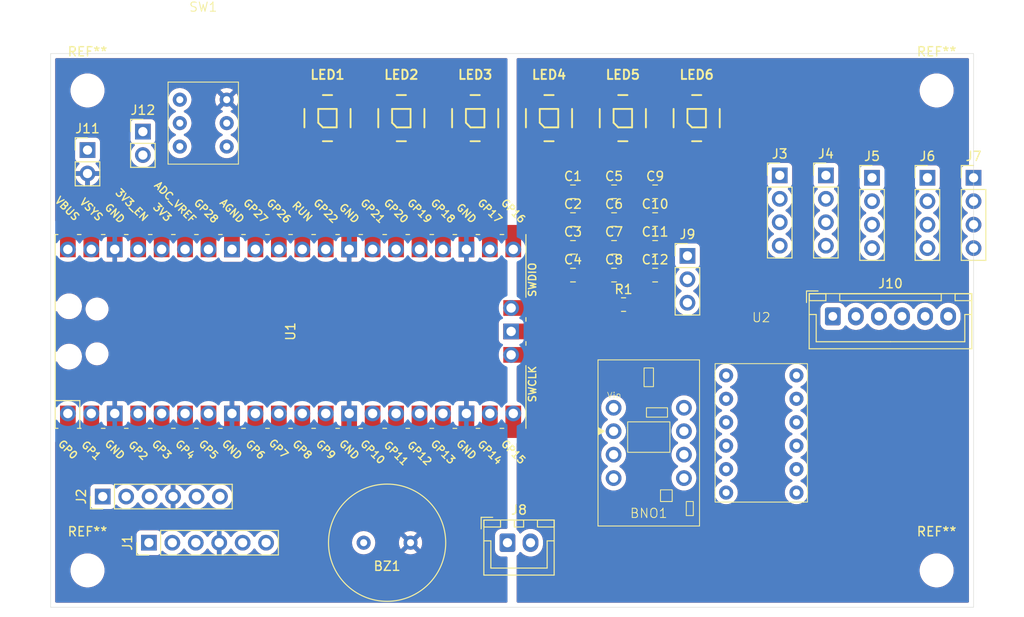
<source format=kicad_pcb>
(kicad_pcb (version 20240108) (generator "pcbnew") (generator_version "8.0")
  (layers (0 "F.Cu" signal) (31 "B.Cu" signal) (34 "B.Paste" user) (35 "F.Paste" user) (36 "B.SilkS" user "B.Silkscreen") (37 "F.SilkS" user "F.Silkscreen") (38 "B.Mask" user) (39 "F.Mask" user) (44 "Edge.Cuts" user))
  (net 0 "")
  (net 1 "GND")
  (net 3 "3.3V")
  (net 4 "SCL")
  (net 5 "SDA")
  (net 8 "Buzzer")
  (net 9 "5V")
  (net 10 "PWM1_B")
  (net 11 "PWM2_B")
  (net 12 "PWM1_A")
  (net 14 "PWM2_A")
  (net 15 "PWM3_A")
  (net 16 "PWM3_B")
  (net 17 "PWM4_A")
  (net 19 "PWM4_B")
  (net 20 "A1")
  (net 21 "B1")
  (net 22 "B2")
  (net 23 "A2")
  (net 24 "A3")
  (net 25 "B3")
  (net 26 "B4")
  (net 27 "A4")
  (net 28 "6V")
  (net 29 "Servo")
  (net 30 "B5")
  (net 31 "M1")
  (net 32 "A5")
  (net 33 "M2")
  (net 34 "Spare")
  (net 35 "GND_RSP")
  (net 36 "GPIO_RSP")
  (net 38 "Net-(LED1-DIN)")
  (net 39 "Net-(LED2-DIN)")
  (net 40 "Net-(LED3-DIN)")
  (net 41 "Net-(LED4-DIN)")
  (net 42 "Net-(LED5-DIN)")
  (net 43 "Net-(LED6-DIN)")
  (net 44 "LED")
  (net 46 "RUN")
  (net 48 "PWM5_A")
  (net 52 "PWM5_B")
  (footprint "WS2812B:WS2812B" (layer "F.Cu") (at 130 77)
    (property "Reference" "LED1" (at 0 -4.7 0) (layer "F.SilkS") (effects (font (thickness 0.2))))
    (property "Value" "WS2812B" (hide yes))
    (pad "1" smd rect (at 1.65 -2.4) (size 1.4 1.8) (layers "F.Cu" "F.Paste" "F.Mask") (net 9 "5V"))
    (pad "2" smd rect (at -1.65 -2.4) (size 1.4 1.8) (layers "F.Cu" "F.Paste" "F.Mask"))
    (pad "3" smd rect (at -1.65 2.4) (size 1.4 1.8) (layers "F.Cu" "F.Paste" "F.Mask") (net 1 "GND"))
    (pad "4" smd rect (at 1.65 2.4) (size 1.4 1.8) (layers "F.Cu" "F.Paste" "F.Mask") (net 38 "Net-(LED1-DIN)"))
  )
  (footprint "WS2812B:WS2812B" (layer "F.Cu") (at 146 77)
    (property "Reference" "LED3" (at 0 -4.7 0) (layer "F.SilkS") (effects (font (thickness 0.2))))
    (property "Value" "WS2812B" (hide yes))
    (pad "1" smd rect (at 1.65 -2.4) (size 1.4 1.8) (layers "F.Cu" "F.Paste" "F.Mask") (net 9 "5V"))
    (pad "2" smd rect (at -1.65 -2.4) (size 1.4 1.8) (layers "F.Cu" "F.Paste" "F.Mask") (net 39 "Net-(LED2-DIN)"))
    (pad "3" smd rect (at -1.65 2.4) (size 1.4 1.8) (layers "F.Cu" "F.Paste" "F.Mask") (net 1 "GND"))
    (pad "4" smd rect (at 1.65 2.4) (size 1.4 1.8) (layers "F.Cu" "F.Paste" "F.Mask") (net 40 "Net-(LED3-DIN)"))
  )
  (footprint "ToggleSwitch:ToggleSwitch_DPDT" (layer "F.Cu") (at 116.54 72.46)
    (property "Reference" "SW1" (at 0 -7.5 0) (layer "F.SilkS") (effects (font (thickness 0.1))))
    (property "Value" "SW_DPDT_x2")
    (pad "1" thru_hole circle (at -2.54 2.54) (size 1.524 1.524) (drill 0.762) (layers "*.Cu" "*.Mask") (net 35 "GND_RSP"))
    (pad "2" thru_hole circle (at -2.54 5.08) (size 1.524 1.524) (drill 0.762) (layers "*.Cu" "*.Mask") (net 36 "GPIO_RSP"))
    (pad "3" thru_hole circle (at -2.54 7.62) (size 1.524 1.524) (drill 0.762) (layers "*.Cu" "*.Mask"))
    (pad "4" thru_hole circle (at 2.54 2.54) (size 1.524 1.524) (drill 0.762) (layers "*.Cu" "*.Mask") (net 1 "GND"))
    (pad "5" thru_hole circle (at 2.54 5.08) (size 1.524 1.524) (drill 0.762) (layers "*.Cu" "*.Mask") (net 46 "RUN"))
    (pad "6" thru_hole circle (at 2.54 7.62) (size 1.524 1.524) (drill 0.762) (layers "*.Cu" "*.Mask"))
  )
  (footprint "Buzzer:Buzzer" (layer "F.Cu") (at 136.46 123)
    (property "Reference" "BZ1" (at 0 2.54 0) (layer "F.SilkS"))
    (property "Value" "Buzzer")
    (pad "1" thru_hole circle (at -2.54 0) (size 1.524 1.524) (drill 0.762) (layers "*.Cu" "*.Mask") (net 8 "Buzzer"))
    (pad "2" thru_hole circle (at 2.54 0) (size 1.524 1.524) (drill 0.762) (layers "*.Cu" "*.Mask") (net 1 "GND"))
  )
  (footprint "Connector_JST:JST_XH_B6B-XH-A_1x06_P2.50mm_Vertical" (layer "F.Cu") (at 184.75 98.475)
    (property "Reference" "J10" (at 6.25 -3.55 0) (layer "F.SilkS"))
    (property "Value" "MicroGearedMotor")
    (pad "1" thru_hole roundrect (at 0 0) (size 1.7 1.95) (drill 0.95) (layers "*.Cu" "*.Mask") (roundrect_rratio 0.147059) (net 31 "M1"))
    (pad "2" thru_hole oval (at 2.5 0) (size 1.7 1.95) (drill 0.95) (layers "*.Cu" "*.Mask") (net 1 "GND"))
    (pad "3" thru_hole oval (at 5 0) (size 1.7 1.95) (drill 0.95) (layers "*.Cu" "*.Mask") (net 32 "A5"))
    (pad "4" thru_hole oval (at 7.5 0) (size 1.7 1.95) (drill 0.95) (layers "*.Cu" "*.Mask") (net 30 "B5"))
    (pad "5" thru_hole oval (at 10 0) (size 1.7 1.95) (drill 0.95) (layers "*.Cu" "*.Mask") (net 3 "3.3V"))
    (pad "6" thru_hole oval (at 12.5 0) (size 1.7 1.95) (drill 0.95) (layers "*.Cu" "*.Mask") (net 33 "M2"))
  )
  (footprint "Connector_PinHeader_2.54mm:PinHeader_1x04_P2.54mm_Vertical" (layer "F.Cu") (at 184 83.2)
    (property "Reference" "J4" (at 0 -2.33 0) (layer "F.SilkS"))
    (property "Value" "Encoder1")
    (pad "1" thru_hole rect (at 0 0) (size 1.7 1.7) (drill 1) (layers "*.Cu" "*.Mask") (net 3 "3.3V"))
    (pad "2" thru_hole oval (at 0 2.54) (size 1.7 1.7) (drill 1) (layers "*.Cu" "*.Mask") (net 20 "A1"))
    (pad "3" thru_hole oval (at 0 5.08) (size 1.7 1.7) (drill 1) (layers "*.Cu" "*.Mask") (net 21 "B1"))
    (pad "4" thru_hole oval (at 0 7.62) (size 1.7 1.7) (drill 1) (layers "*.Cu" "*.Mask") (net 1 "GND"))
  )
  (footprint "WS2812B:WS2812B" (layer "F.Cu") (at 162 77)
    (property "Reference" "LED5" (at 0 -4.7 0) (layer "F.SilkS") (effects (font (thickness 0.2))))
    (property "Value" "WS2812B" (hide yes))
    (pad "1" smd rect (at 1.65 -2.4) (size 1.4 1.8) (layers "F.Cu" "F.Paste" "F.Mask") (net 9 "5V"))
    (pad "2" smd rect (at -1.65 -2.4) (size 1.4 1.8) (layers "F.Cu" "F.Paste" "F.Mask") (net 41 "Net-(LED4-DIN)"))
    (pad "3" smd rect (at -1.65 2.4) (size 1.4 1.8) (layers "F.Cu" "F.Paste" "F.Mask") (net 1 "GND"))
    (pad "4" smd rect (at 1.65 2.4) (size 1.4 1.8) (layers "F.Cu" "F.Paste" "F.Mask") (net 42 "Net-(LED5-DIN)"))
  )
  (footprint "MountingHole:MountingHole_3.2mm_M3" (layer "F.Cu") (at 196 126)
    (property "Reference" "REF**" (at 0 -4.2 0) (layer "F.SilkS"))
    (property "Value" "MountingHole_3.2mm_M3")
    (pad "" np_thru_hole circle (at 0 0) (size 3.2 3.2) (drill 3.2) (layers "*.Cu" "*.Mask"))
  )
  (footprint "MountingHole:MountingHole_3.2mm_M3" (layer "F.Cu") (at 196 74)
    (property "Reference" "REF**" (at 0 -4.2 0) (layer "F.SilkS"))
    (property "Value" "MountingHole_3.2mm_M3")
    (pad "" np_thru_hole circle (at 0 0) (size 3.2 3.2) (drill 3.2) (layers "F&B.Cu" "*.Mask"))
  )
  (footprint "Connector_JST:JST_XH_B2B-XH-A_1x02_P2.50mm_Vertical" (layer "F.Cu") (at 149.5 123)
    (property "Reference" "J8" (at 1.25 -3.55 0) (layer "F.SilkS"))
    (property "Value" "MotorBattery")
    (pad "1" thru_hole roundrect (at 0 0) (size 1.7 2) (drill 1) (layers "*.Cu" "*.Mask") (roundrect_rratio 0.147059) (net 28 "6V"))
    (pad "2" thru_hole oval (at 2.5 0) (size 1.7 2) (drill 1) (layers "*.Cu" "*.Mask") (net 1 "GND"))
  )
  (footprint "Capacitor_SMD:C_0805_2012Metric" (layer "F.Cu") (at 161.05 91)
    (property "Reference" "C7" (at 0 -1.68 0) (layer "F.SilkS"))
    (property "Value" "0.1")
    (pad "1" smd roundrect (at -0.95 0) (size 1 1.45) (layers "F.Cu" "F.Paste" "F.Mask") (net 1 "GND"))
    (pad "2" smd roundrect (at 0.95 0) (size 1 1.45) (layers "F.Cu" "F.Paste" "F.Mask") (net 9 "5V"))
  )
  (footprint "Capacitor_SMD:C_0805_2012Metric" (layer "F.Cu") (at 165.5 91)
    (property "Reference" "C11" (at 0 -1.68 0) (layer "F.SilkS"))
    (property "Value" "0.1")
    (pad "1" smd roundrect (at -0.95 0) (size 1 1.45) (layers "F.Cu" "F.Paste" "F.Mask") (net 1 "GND"))
    (pad "2" smd roundrect (at 0.95 0) (size 1 1.45) (layers "F.Cu" "F.Paste" "F.Mask") (net 9 "5V"))
  )
  (footprint "Connector_PinHeader_2.54mm:PinHeader_1x02_P2.54mm_Vertical" (layer "F.Cu") (at 104 80.46)
    (property "Reference" "J11" (at 0 -2.33 0) (layer "F.SilkS"))
    (property "Value" "Spare")
    (pad "1" thru_hole rect (at 0 0) (size 1.7 1.7) (drill 1) (layers "*.Cu" "*.Mask") (net 34 "Spare"))
    (pad "2" thru_hole oval (at 0 2.54) (size 1.7 1.7) (drill 1) (layers "*.Cu" "*.Mask") (net 1 "GND"))
  )
  (footprint "BNO055:BNO055" (layer "F.Cu") (at 164.81 112.19)
    (property "Reference" "BNO1" (at 0 7.62 0) (layer "F.SilkS") (effects (font (thickness 0.1))))
    (property "Value" "BNO055")
    (fp_text user "Vin" (at -4.572 -4.826 0) (layer "F.SilkS") (effects (font (size 0.6 0.7) (thickness 0.07)) (justify left bottom)))
    (pad "1" thru_hole circle (at -3.81 -3.81) (size 1.7 1.7) (drill 1) (layers "*.Cu" "*.Mask") (net 3 "3.3V"))
    (pad "2" thru_hole circle (at -3.81 -1.27) (size 1.7 1.7) (drill 1) (layers "*.Cu" "*.Mask") (net 1 "GND"))
    (pad "3" thru_hole circle (at -3.81 1.27) (size 1.7 1.7) (drill 1) (layers "*.Cu" "*.Mask") (net 5 "SDA"))
    (pad "4" thru_hole circle (at -3.81 3.81) (size 1.7 1.7) (drill 1) (layers "*.Cu" "*.Mask") (net 4 "SCL"))
    (pad "5" thru_hole circle (at 3.81 3.81) (size 1.7 1.7) (drill 1) (layers "*.Cu" "*.Mask"))
    (pad "6" thru_hole circle (at 3.81 1.27) (size 1.7 1.7) (drill 1) (layers "*.Cu" "*.Mask") (net 1 "GND"))
    (pad "7" thru_hole circle (at 3.81 -1.27) (size 1.7 1.7) (drill 1) (layers "*.Cu" "*.Mask"))
    (pad "8" thru_hole circle (at 3.81 -3.81) (size 1.7 1.7) (drill 1) (layers "*.Cu" "*.Mask"))
  )
  (footprint "WS2812B:WS2812B" (layer "F.Cu") (at 138 77)
    (property "Reference" "LED2" (at 0 -4.7 0) (layer "F.SilkS") (effects (font (thickness 0.2))))
    (property "Value" "WS2812B" (hide yes))
    (pad "1" smd rect (at 1.65 -2.4) (size 1.4 1.8) (layers "F.Cu" "F.Paste" "F.Mask") (net 9 "5V"))
    (pad "2" smd rect (at -1.65 -2.4) (size 1.4 1.8) (layers "F.Cu" "F.Paste" "F.Mask") (net 38 "Net-(LED1-DIN)"))
    (pad "3" smd rect (at -1.65 2.4) (size 1.4 1.8) (layers "F.Cu" "F.Paste" "F.Mask") (net 1 "GND"))
    (pad "4" smd rect (at 1.65 2.4) (size 1.4 1.8) (layers "F.Cu" "F.Paste" "F.Mask") (net 39 "Net-(LED2-DIN)"))
  )
  (footprint "WS2812B:WS2812B" (layer "F.Cu") (at 154 77)
    (property "Reference" "LED4" (at 0 -4.7 0) (layer "F.SilkS") (effects (font (thickness 0.2))))
    (property "Value" "WS2812B" (hide yes))
    (pad "1" smd rect (at 1.65 -2.4) (size 1.4 1.8) (layers "F.Cu" "F.Paste" "F.Mask") (net 9 "5V"))
    (pad "2" smd rect (at -1.65 -2.4) (size 1.4 1.8) (layers "F.Cu" "F.Paste" "F.Mask") (net 40 "Net-(LED3-DIN)"))
    (pad "3" smd rect (at -1.65 2.4) (size 1.4 1.8) (layers "F.Cu" "F.Paste" "F.Mask") (net 1 "GND"))
    (pad "4" smd rect (at 1.65 2.4) (size 1.4 1.8) (layers "F.Cu" "F.Paste" "F.Mask") (net 41 "Net-(LED4-DIN)"))
  )
  (footprint "Connector_PinHeader_2.54mm:PinHeader_1x04_P2.54mm_Vertical" (layer "F.Cu") (at 200 83.46)
    (property "Reference" "J7" (at 0 -2.33 0) (layer "F.SilkS"))
    (property "Value" "Encoder1")
    (pad "1" thru_hole rect (at 0 0) (size 1.7 1.7) (drill 1) (layers "*.Cu" "*.Mask") (net 3 "3.3V"))
    (pad "2" thru_hole oval (at 0 2.54) (size 1.7 1.7) (drill 1) (layers "*.Cu" "*.Mask") (net 27 "A4"))
    (pad "3" thru_hole oval (at 0 5.08) (size 1.7 1.7) (drill 1) (layers "*.Cu" "*.Mask") (net 26 "B4"))
    (pad "4" thru_hole oval (at 0 7.62) (size 1.7 1.7) (drill 1) (layers "*.Cu" "*.Mask") (net 1 "GND"))
  )
  (footprint "Capacitor_SMD:C_0805_2012Metric" (layer "F.Cu") (at 161.05 84.98)
    (property "Reference" "C5" (at 0 -1.68 0) (layer "F.SilkS"))
    (property "Value" "0.1")
    (pad "1" smd roundrect (at -0.95 0) (size 1 1.45) (layers "F.Cu" "F.Paste" "F.Mask") (net 1 "GND"))
    (pad "2" smd roundrect (at 0.95 0) (size 1 1.45) (layers "F.Cu" "F.Paste" "F.Mask") (net 9 "5V"))
  )
  (footprint "Connector_PinHeader_2.54mm:PinHeader_1x06_P2.54mm_Vertical" (layer "F.Cu") (at 110.65 123 90)
    (property "Reference" "J1" (at 0 -2.33 270) (layer "F.SilkS"))
    (property "Value" "DCMotor1")
    (pad "1" thru_hole rect (at 0 0 90) (size 1.7 1.7) (drill 1) (layers "*.Cu" "*.Mask") (net 12 "PWM1_A"))
    (pad "2" thru_hole oval (at 0 2.54 90) (size 1.7 1.7) (drill 1) (layers "*.Cu" "*.Mask") (net 10 "PWM1_B"))
    (pad "3" thru_hole oval (at 0 5.08 90) (size 1.7 1.7) (drill 1) (layers "*.Cu" "*.Mask"))
    (pad "4" thru_hole oval (at 0 7.62 90) (size 1.7 1.7) (drill 1) (layers "*.Cu" "*.Mask") (net 1 "GND"))
    (pad "5" thru_hole oval (at 0 10.16 90) (size 1.7 1.7) (drill 1) (layers "*.Cu" "*.Mask") (net 14 "PWM2_A"))
    (pad "6" thru_hole oval (at 0 12.7 90) (size 1.7 1.7) (drill 1) (layers "*.Cu" "*.Mask") (net 11 "PWM2_B"))
  )
  (footprint "MountingHole:MountingHole_3.2mm_M3" (layer "F.Cu") (at 104 126)
    (property "Reference" "REF**" (at 0 -4.2 0) (layer "F.SilkS"))
    (property "Value" "MountingHole_3.2mm_M3")
    (pad "" np_thru_hole circle (at 0 0) (size 3.2 3.2) (drill 3.2) (layers "F&B.Cu" "*.Mask"))
  )
  (footprint "DRV8835:DRV8835" (layer "F.Cu") (at 177 103.6)
    (property "Reference" "U2" (at 0 -5 0) (layer "F.SilkS") (effects (font (thickness 0.1))))
    (property "Value" "~")
    (pad "1" thru_hole circle (at -3.81 1.27) (size 1.524 1.524) (drill 0.762) (layers "*.Cu" "*.Mask") (net 28 "6V"))
    (pad "2" thru_hole circle (at -3.81 3.81) (size 1.524 1.524) (drill 0.762) (layers "*.Cu" "*.Mask") (net 31 "M1"))
    (pad "3" thru_hole circle (at -3.81 6.35) (size 1.524 1.524) (drill 0.762) (layers "*.Cu" "*.Mask") (net 33 "M2"))
    (pad "4" thru_hole circle (at -3.81 8.89) (size 1.524 1.524) (drill 0.762) (layers "*.Cu" "*.Mask"))
    (pad "5" thru_hole circle (at -3.81 11.43) (size 1.524 1.524) (drill 0.762) (layers "*.Cu" "*.Mask"))
    (pad "6" thru_hole circle (at -3.81 13.97) (size 1.524 1.524) (drill 0.762) (layers "*.Cu" "*.Mask") (net 1 "GND"))
    (pad "7" thru_hole circle (at 3.81 1.27) (size 1.524 1.524) (drill 0.762) (layers "*.Cu" "*.Mask") (net 3 "3.3V"))
    (pad "8" thru_hole circle (at 3.81 3.81) (size 1.524 1.524) (drill 0.762) (layers "*.Cu" "*.Mask") (net 1 "GND"))
    (pad "9" thru_hole circle (at 3.81 6.35) (size 1.524 1.524) (drill 0.762) (layers "*.Cu" "*.Mask") (net 32 "A5"))
    (pad "10" thru_hole circle (at 3.81 8.89) (size 1.524 1.524) (drill 0.762) (layers "*.Cu" "*.Mask") (net 30 "B5"))
    (pad "11" thru_hole circle (at 3.81 11.43) (size 1.524 1.524) (drill 0.762) (layers "*.Cu" "*.Mask"))
    (pad "12" thru_hole circle (at 3.81 13.97) (size 1.524 1.524) (drill 0.762) (layers "*.Cu" "*.Mask"))
  )
  (footprint "MCU_RaspberryPi_and_Boards:RPi_Pico_SMD_TH" (layer "F.Cu") (at 126 100.11 90)
    (property "Reference" "U1" (at 0 0 270) (layer "F.SilkS"))
    (property "Value" "Pico")
    (fp_text user "GND" (at -12.8 -19.05 315) (layer "F.SilkS") (effects (font (size 0.8 0.8))))
    (fp_text user "GND" (at -12.8 -6.35 315) (layer "F.SilkS") (effects (font (size 0.8 0.8))))
    (fp_text user "GP16" (at 13.054 24.13 315) (layer "F.SilkS") (effects (font (size 0.8 0.8))))
    (fp_text user "RUN" (at 13 1.27 315) (layer "F.SilkS") (effects (font (size 0.8 0.8))))
    (fp_text user "ADC_VREF" (at 14 -12.5 315) (layer "F.SilkS") (effects (font (size 0.8 0.8))))
    (fp_text user "GP7" (at -12.7 -1.3 315) (layer "F.SilkS") (effects (font (size 0.8 0.8))))
    (fp_text user "GP1" (at -12.9 -21.6 315) (layer "F.SilkS") (effects (font (size 0.8 0.8))))
    (fp_text user "GP3" (at -12.8 -13.97 315) (layer "F.SilkS") (effects (font (size 0.8 0.8))))
    (fp_text user "GP12" (at -13.2 13.97 315) (layer "F.SilkS") (effects (font (size 0.8 0.8))))
    (fp_text user "GP22" (at 13.054 3.81 315) (layer "F.SilkS") (effects (font (size 0.8 0.8))))
    (fp_text user "GP2" (at -12.9 -16.51 315) (layer "F.SilkS") (effects (font (size 0.8 0.8))))
    (fp_text user "GP0" (at -12.8 -24.13 315) (layer "F.SilkS") (effects (font (size 0.8 0.8))))
    (fp_text user "GP8" (at -12.8 1.27 315) (layer "F.SilkS") (effects (font (size 0.8 0.8))))
    (fp_text user "GP28" (at 13.054 -9.144 315) (layer "F.SilkS") (effects (font (size 0.8 0.8))))
    (fp_text user "GP21" (at 13.054 8.9 315) (layer "F.SilkS") (effects (font (size 0.8 0.8))))
    (fp_text user "GND" (at -12.8 19.05 315) (layer "F.SilkS") (effects (font (size 0.8 0.8))))
    (fp_text user "GP9" (at -12.8 3.81 315) (layer "F.SilkS") (effects (font (size 0.8 0.8))))
    (fp_text user "GP18" (at 13.054 16.51 315) (layer "F.SilkS") (effects (font (size 0.8 0.8))))
    (fp_text user "GP11" (at -13.2 11.43 315) (layer "F.SilkS") (effects (font (size 0.8 0.8))))
    (fp_text user "AGND" (at 13.054 -6.35 315) (layer "F.SilkS") (effects (font (size 0.8 0.8))))
    (fp_text user "3V3_EN" (at 13.7 -17.2 315) (layer "F.SilkS") (effects (font (size 0.8 0.8))))
    (fp_text user "GP19" (at 13.054 13.97 315) (layer "F.SilkS") (effects (font (size 0.8 0.8))))
    (fp_text user "GP20" (at 13.054 11.43 315) (layer "F.SilkS") (effects (font (size 0.8 0.8))))
    (fp_text user "GP4" (at -12.8 -11.43 315) (layer "F.SilkS") (effects (font (size 0.8 0.8))))
    (fp_text user "GP5" (at -12.8 -8.89 315) (layer "F.SilkS") (effects (font (size 0.8 0.8))))
    (fp_text user "VSYS" (at 13.2 -21.59 315) (layer "F.SilkS") (effects (font (size 0.8 0.8))))
    (fp_text user "VBUS" (at 13.3 -24.2 315) (layer "F.SilkS") (effects (font (size 0.8 0.8))))
    (fp_text user "GP10" (at -13.054 8.89 315) (layer "F.SilkS") (effects (font (size 0.8 0.8))))
    (fp_text user "GP17" (at 13.054 21.59 315) (layer "F.SilkS") (effects (font (size 0.8 0.8))))
    (fp_text user "GP6" (at -12.8 -3.81 315) (layer "F.SilkS") (effects (font (size 0.8 0.8))))
    (fp_text user "GND" (at 12.8 19.05 315) (layer "F.SilkS") (effects (font (size 0.8 0.8))))
    (fp_text user "SWDIO" (at 5.6 26.2 270) (layer "F.SilkS") (effects (font (size 0.8 0.8))))
    (fp_text user "GND" (at 12.8 -19.05 315) (layer "F.SilkS") (effects (font (size 0.8 0.8))))
    (fp_text user "SWCLK" (at -5.7 26.2 270) (layer "F.SilkS") (effects (font (size 0.8 0.8))))
    (fp_text user "GP14" (at -13.1 21.59 315) (layer "F.SilkS") (effects (font (size 0.8 0.8))))
    (fp_text user "GND" (at -12.8 6.35 315) (layer "F.SilkS") (effects (font (size 0.8 0.8))))
    (fp_text user "3V3" (at 12.9 -13.9 315) (layer "F.SilkS") (effects (font (size 0.8 0.8))))
    (fp_text user "GP13" (at -13.054 16.51 315) (layer "F.SilkS") (effects (font (size 0.8 0.8))))
    (fp_text user "GP26" (at 13.054 -1.27 315) (layer "F.SilkS") (effects (font (size 0.8 0.8))))
    (fp_text user "GP27" (at 13.054 -3.8 315) (layer "F.SilkS") (effects (font (size 0.8 0.8))))
    (fp_text user "GND" (at 12.8 6.35 315) (layer "F.SilkS") (effects (font (size 0.8 0.8))))
    (fp_text user "GP15" (at -13.054 24.13 315) (layer "F.SilkS") (effects (font (size 0.8 0.8))))
    (pad "" np_thru_hole oval (at -2.725 -24 90) (size 1.8 1.8) (drill 1.8) (layers "*.Cu" "*.Mask"))
    (pad "" np_thru_hole oval (at -2.425 -20.97 90) (size 1.5 1.5) (drill 1.5) (layers "*.Cu" "*.Mask"))
    (pad "" np_thru_hole oval (at 2.425 -20.97 90) (size 1.5 1.5) (drill 1.5) (layers "*.Cu" "*.Mask"))
    (pad "" np_thru_hole oval (at 2.725 -24 90) (size 1.8 1.8) (drill 1.8) (layers "*.Cu" "*.Mask"))
    (pad "1" thru_hole oval (at -8.89 -24.13 90) (size 1.7 1.7) (drill 1.02) (layers "*.Cu" "*.Mask") (net 12 "PWM1_A"))
    (pad "1" smd rect (at -8.89 -24.13 90) (size 3.5 1.7) (drill (offset -0.9 0)) (layers "F.Cu" "F.Mask") (net 12 "PWM1_A"))
    (pad "2" thru_hole oval (at -8.89 -21.59 90) (size 1.7 1.7) (drill 1.02) (layers "*.Cu" "*.Mask") (net 10 "PWM1_B"))
    (pad "2" smd rect (at -8.89 -21.59 90) (size 3.5 1.7) (drill (offset -0.9 0)) (layers "F.Cu" "F.Mask") (net 10 "PWM1_B"))
    (pad "3" thru_hole rect (at -8.89 -19.05 90) (size 1.7 1.7) (drill 1.02) (layers "*.Cu" "*.Mask") (net 1 "GND"))
    (pad "3" smd rect (at -8.89 -19.05 90) (size 3.5 1.7) (drill (offset -0.9 0)) (layers "F.Cu" "F.Mask") (net 1 "GND"))
    (pad "4" thru_hole oval (at -8.89 -16.51 90) (size 1.7 1.7) (drill 1.02) (layers "*.Cu" "*.Mask") (net 14 "PWM2_A"))
    (pad "4" smd rect (at -8.89 -16.51 90) (size 3.5 1.7) (drill (offset -0.9 0)) (layers "F.Cu" "F.Mask") (net 14 "PWM2_A"))
    (pad "5" thru_hole oval (at -8.89 -13.97 90) (size 1.7 1.7) (drill 1.02) (layers "*.Cu" "*.Mask") (net 11 "PWM2_B"))
    (pad "5" smd rect (at -8.89 -13.97 90) (size 3.5 1.7) (drill (offset -0.9 0)) (layers "F.Cu" "F.Mask") (net 11 "PWM2_B"))
    (pad "6" thru_hole oval (at -8.89 -11.43 90) (size 1.7 1.7) (drill 1.02) (layers "*.Cu" "*.Mask") (net 15 "PWM3_A"))
    (pad "6" smd rect (at -8.89 -11.43 90) (size 3.5 1.7) (drill (offset -0.9 0)) (layers "F.Cu" "F.Mask") (net 15 "PWM3_A"))
    (pad "7" thru_hole oval (at -8.89 -8.89 90) (size 1.7 1.7) (drill 1.02) (layers "*.Cu" "*.Mask") (net 16 "PWM3_B"))
    (pad "7" smd rect (at -8.89 -8.89 90) (size 3.5 1.7) (drill (offset -0.9 0)) (layers "F.Cu" "F.Mask") (net 16 "PWM3_B"))
    (pad "8" thru_hole rect (at -8.89 -6.35 90) (size 1.7 1.7) (drill 1.02) (layers "*.Cu" "*.Mask") (net 1 "GND"))
    (pad "8" smd rect (at -8.89 -6.35 90) (size 3.5 1.7) (drill (offset -0.9 0)) (layers "F.Cu" "F.Mask") (net 1 "GND"))
    (pad "9" thru_hole oval (at -8.89 -3.81 90) (size 1.7 1.7) (drill 1.02) (layers "*.Cu" "*.Mask") (net 17 "PWM4_A"))
    (pad "9" smd rect (at -8.89 -3.81 90) (size 3.5 1.7) (drill (offset -0.9 0)) (layers "F.Cu" "F.Mask") (net 17 "PWM4_A"))
    (pad "10" thru_hole oval (at -8.89 -1.27 90) (size 1.7 1.7) (drill 1.02) (layers "*.Cu" "*.Mask") (net 19 "PWM4_B"))
    (pad "10" smd rect (at -8.89 -1.27 90) (size 3.5 1.7) (drill (offset -0.9 0)) (layers "F.Cu" "F.Mask") (net 19 "PWM4_B"))
    (pad "11" thru_hole oval (at -8.89 1.27 90) (size 1.7 1.7) (drill 1.02) (layers "*.Cu" "*.Mask") (net 48 "PWM5_A"))
    (pad "11" smd rect (at -8.89 1.27 90) (size 3.5 1.7) (drill (offset -0.9 0)) (layers "F.Cu" "F.Mask") (net 48 "PWM5_A"))
    (pad "12" thru_hole oval (at -8.89 3.81 90) (size 1.7 1.7) (drill 1.02) (layers "*.Cu" "*.Mask") (net 52 "PWM5_B"))
    (pad "12" smd rect (at -8.89 3.81 90) (size 3.5 1.7) (drill (offset -0.9 0)) (layers "F.Cu" "F.Mask") (net 52 "PWM5_B"))
    (pad "13" thru_hole rect (at -8.89 6.35 90) (size 1.7 1.7) (drill 1.02) (layers "*.Cu" "*.Mask") (net 1 "GND"))
    (pad "13" smd rect (at -8.89 6.35 90) (size 3.5 1.7) (drill (offset -0.9 0)) (layers "F.Cu" "F.Mask") (net 1 "GND"))
    (pad "14" thru_hole oval (at -8.89 8.89 90) (size 1.7 1.7) (drill 1.02) (layers "*.Cu" "*.Mask") (net 20 "A1"))
    (pad "14" smd rect (at -8.89 8.89 90) (size 3.5 1.7) (drill (offset -0.9 0)) (layers "F.Cu" "F.Mask") (net 20 "A1"))
    (pad "15" thru_hole oval (at -8.89 11.43 90) (size 1.7 1.7) (drill 1.02) (layers "*.Cu" "*.Mask") (net 21 "B1"))
    (pad "15" smd rect (at -8.89 11.43 90) (size 3.5 1.7) (drill (offset -0.9 0)) (layers "F.Cu" "F.Mask") (net 21 "B1"))
    (pad "16" thru_hole oval (at -8.89 13.97 90) (size 1.7 1.7) (drill 1.02) (layers "*.Cu" "*.Mask") (net 5 "SDA"))
    (pad "16" smd rect (at -8.89 13.97 90) (size 3.5 1.7) (drill (offset -0.9 0)) (layers "F.Cu" "F.Mask") (net 5 "SDA"))
    (pad "17" thru_hole oval (at -8.89 16.51 90) (size 1.7 1.7) (drill 1.02) (layers "*.Cu" "*.Mask") (net 4 "SCL"))
    (pad "17" smd rect (at -8.89 16.51 90) (size 3.5 1.7) (drill (offset -0.9 0)) (layers "F.Cu" "F.Mask") (net 4 "SCL"))
    (pad "18" thru_hole rect (at -8.89 19.05 90) (size 1.7 1.7) (drill 1.02) (layers "*.Cu" "*.Mask") (net 1 "GND"))
    (pad "18" smd rect (at -8.89 19.05 90) (size 3.5 1.7) (drill (offset -0.9 0)) (layers "F.Cu" "F.Mask") (net 1 "GND"))
    (pad "19" thru_hole oval (at -8.89 21.59 90) (size 1.7 1.7) (drill 1.02) (layers "*.Cu" "*.Mask") (net 23 "A2"))
    (pad "19" smd rect (at -8.89 21.59 90) (size 3.5 1.7) (drill (offset -0.9 0)) (layers "F.Cu" "F.Mask") (net 23 "A2"))
    (pad "20" thru_hole oval (at -8.89 24.13 90) (size 1.7 1.7) (drill 1.02) (layers "*.Cu" "*.Mask") (net 22 "B2"))
    (pad "20" smd rect (at -8.89 24.13 90) (size 3.5 1.7) (drill (offset -0.9 0)) (layers "F.Cu" "F.Mask") (net 22 "B2"))
    (pad "21" thru_hole oval (at 8.89 24.13 90) (size 1.7 1.7) (drill 1.02) (layers "*.Cu" "*.Mask") (net 24 "A3"))
    (pad "21" smd rect (at 8.89 24.13 90) (size 3.5 1.7) (drill (offset 0.9 0)) (layers "F.Cu" "F.Mask") (net 24 "A3"))
    (pad "22" thru_hole oval (at 8.89 21.59 90) (size 1.7 1.7) (drill 1.02) (layers "*.Cu" "*.Mask") (net 25 "B3"))
    (pad "22" smd rect (at 8.89 21.59 90) (size 3.5 1.7) (drill (offset 0.9 0)) (layers "F.Cu" "F.Mask") (net 25 "B3"))
    (pad "23" thru_hole rect (at 8.89 19.05 90) (size 1.7 1.7) (drill 1.02) (layers "*.Cu" "*.Mask") (net 1 "GND"))
    (pad "23" smd rect (at 8.89 19.05 90) (size 3.5 1.7) (drill (offset 0.9 0)) (layers "F.Cu" "F.Mask") (net 1 "GND"))
    (pad "24" thru_hole oval (at 8.89 16.51 90) (size 1.7 1.7) (drill 1.02) (layers "*.Cu" "*.Mask") (net 27 "A4"))
    (pad "24" smd rect (at 8.89 16.51 90) (size 3.5 1.7) (drill (offset 0.9 0)) (layers "F.Cu" "F.Mask") (net 27 "A4"))
    (pad "25" thru_hole oval (at 8.89 13.97 90) (size 1.7 1.7) (drill 1.02) (layers "*.Cu" "*.Mask") (net 26 "B4"))
    (pad "25" smd rect (at 8.89 13.97 90) (size 3.5 1.7) (drill (offset 0.9 0)) (layers "F.Cu" "F.Mask") (net 26 "B4"))
    (pad "26" thru_hole oval (at 8.89 11.43 90) (size 1.7 1.7) (drill 1.02) (layers "*.Cu" "*.Mask") (net 32 "A5"))
    (pad "26" smd rect (at 8.89 11.43 90) (size 3.5 1.7) (drill (offset 0.9 0)) (layers "F.Cu" "F.Mask") (net 32 "A5"))
    (pad "27" thru_hole oval (at 8.89 8.89 90) (size 1.7 1.7) (drill 1.02) (layers "*.Cu" "*.Mask") (net 30 "B5"))
    (pad "27" smd rect (at 8.89 8.89 90) (size 3.5 1.7) (drill (offset 0.9 0)) (layers "F.Cu" "F.Mask") (net 30 "B5"))
    (pad "28" thru_hole rect (at 8.89 6.35 90) (size 1.7 1.7) (drill 1.02) (layers "*.Cu" "*.Mask") (net 1 "GND"))
    (pad "28" smd rect (at 8.89 6.35 90) (size 3.5 1.7) (drill (offset 0.9 0)) (layers "F.Cu" "F.Mask") (net 1 "GND"))
    (pad "29" thru_hole oval (at 8.89 3.81 90) (size 1.7 1.7) (drill 1.02) (layers "*.Cu" "*.Mask") (net 44 "LED"))
    (pad "29" smd rect (at 8.89 3.81 90) (size 3.5 1.7) (drill (offset 0.9 0)) (layers "F.Cu" "F.Mask") (net 44 "LED"))
    (pad "30" thru_hole oval (at 8.89 1.27 90) (size 1.7 1.7) (drill 1.02) (layers "*.Cu" "*.Mask") (net 46 "RUN"))
    (pad "30" smd rect (at 8.89 1.27 90) (size 3.5 1.7) (drill (offset 0.9 0)) (layers "F.Cu" "F.Mask") (net 46 "RUN"))
    (pad "31" thru_hole oval (at 8.89 -1.27 90) (size 1.7 1.7) (drill 1.02) (layers "*.Cu" "*.Mask") (net 8 "Buzzer"))
    (pad "31" smd rect (at 8.89 -1.27 90) (size 3.5 1.7) (drill (offset 0.9 0)) (layers "F.Cu" "F.Mask") (net 8 "Buzzer"))
    (pad "32" thru_hole oval (at 8.89 -3.81 90) (size 1.7 1.7) (drill 1.02) (layers "*.Cu" "*.Mask") (net 29 "Servo"))
    (pad "32" smd rect (at 8.89 -3.81 90) (size 3.5 1.7) (drill (offset 0.9 0)) (layers "F.Cu" "F.Mask") (net 29 "Servo"))
    (pad "33" thru_hole rect (at 8.89 -6.35 90) (size 1.7 1.7) (drill 1.02) (layers "*.Cu" "*.Mask"))
    (pad "33" smd rect (at 8.89 -6.35 90) (size 3.5 1.7) (drill (offset 0.9 0)) (layers "F.Cu" "F.Mask"))
    (pad "34" thru_hole oval (at 8.89 -8.89 90) (size 1.7 1.7) (drill 1.02) (layers "*.Cu" "*.Mask") (net 34 "Spare"))
    (pad "34" smd rect (at 8.89 -8.89 90) (size 3.5 1.7) (drill (offset 0.9 0)) (layers "F.Cu" "F.Mask") (net 34 "Spare"))
    (pad "35" thru_hole oval (at 8.89 -11.43 90) (size 1.7 1.7) (drill 1.02) (layers "*.Cu" "*.Mask"))
    (pad "35" smd rect (at 8.89 -11.43 90) (size 3.5 1.7) (drill (offset 0.9 0)) (layers "F.Cu" "F.Mask"))
    (pad "36" thru_hole oval (at 8.89 -13.97 90) (size 1.7 1.7) (drill 1.02) (layers "*.Cu" "*.Mask") (net 3 "3.3V"))
    (pad "36" smd rect (at 8.89 -13.97 90) (size 3.5 1.7) (drill (offset 0.9 0)) (layers "F.Cu" "F.Mask") (net 3 "3.3V"))
    (pad "37" thru_hole oval (at 8.89 -16.51 90) (size 1.7 1.7) (drill 1.02) (layers "*.Cu" "*.Mask"))
    (pad "37" smd rect (at 8.89 -16.51 90) (size 3.5 1.7) (drill (offset 0.9 0)) (layers "F.Cu" "F.Mask"))
    (pad "38" thru_hole rect (at 8.89 -19.05 90) (size 1.7 1.7) (drill 1.02) (layers "*.Cu" "*.Mask") (net 1 "GND"))
    (pad "38" smd rect (at 8.89 -19.05 90) (size 3.5 1.7) (drill (offset 0.9 0)) (layers "F.Cu" "F.Mask") (net 1 "GND"))
    (pad "39" thru_hole oval (at 8.89 -21.59 90) (size 1.7 1.7) (drill 1.02) (layers "*.Cu" "*.Mask"))
    (pad "39" smd rect (at 8.89 -21.59 90) (size 3.5 1.7) (drill (offset 0.9 0)) (layers "F.Cu" "F.Mask"))
    (pad "40" thru_hole oval (at 8.89 -24.13 90) (size 1.7 1.7) (drill 1.02) (layers "*.Cu" "*.Mask") (net 9 "5V"))
    (pad "40" smd rect (at 8.89 -24.13 90) (size 3.5 1.7) (drill (offset 0.9 0)) (layers "F.Cu" "F.Mask") (net 9 "5V"))
    (pad "41" thru_hole oval (at -2.54 23.9 90) (size 1.7 1.7) (drill 1.02) (layers "*.Cu" "*.Mask"))
    (pad "41" smd rect (at -2.54 23.9 180) (size 3.5 1.7) (drill (offset -0.9 0)) (layers "F.Cu" "F.Mask"))
    (pad "42" thru_hole rect (at 0 23.9 90) (size 1.7 1.7) (drill 1.02) (layers "*.Cu" "*.Mask"))
    (pad "42" smd rect (at 0 23.9 180) (size 3.5 1.7) (drill (offset -0.9 0)) (layers "F.Cu" "F.Mask"))
    (pad "43" thru_hole oval (at 2.54 23.9 90) (size 1.7 1.7) (drill 1.02) (layers "*.Cu" "*.Mask"))
    (pad "43" smd rect (at 2.54 23.9 180) (size 3.5 1.7) (drill (offset -0.9 0)) (layers "F.Cu" "F.Mask"))
  )
  (footprint "Capacitor_SMD:C_0805_2012Metric" (layer "F.Cu") (at 156.6 84.98)
    (property "Reference" "C1" (at 0 -1.68 0) (layer "F.SilkS"))
    (property "Value" "0.1")
    (pad "1" smd roundrect (at -0.95 0) (size 1 1.45) (layers "F.Cu" "F.Paste" "F.Mask") (net 1 "GND"))
    (pad "2" smd roundrect (at 0.95 0) (size 1 1.45) (layers "F.Cu" "F.Paste" "F.Mask") (net 9 "5V"))
  )
  (footprint "WS2812B:WS2812B" (layer "F.Cu") (at 170 77)
    (property "Reference" "LED6" (at 0 -4.7 0) (layer "F.SilkS") (effects (font (thickness 0.2))))
    (property "Value" "WS2812B" (hide yes))
    (pad "1" smd rect (at 1.65 -2.4) (size 1.4 1.8) (layers "F.Cu" "F.Paste" "F.Mask") (net 9 "5V"))
    (pad "2" smd rect (at -1.65 -2.4) (size 1.4 1.8) (layers "F.Cu" "F.Paste" "F.Mask") (net 42 "Net-(LED5-DIN)"))
    (pad "3" smd rect (at -1.65 2.4) (size 1.4 1.8) (layers "F.Cu" "F.Paste" "F.Mask") (net 1 "GND"))
    (pad "4" smd rect (at 1.65 2.4) (size 1.4 1.8) (layers "F.Cu" "F.Paste" "F.Mask") (net 43 "Net-(LED6-DIN)"))
  )
  (footprint "Connector_PinHeader_2.54mm:PinHeader_1x02_P2.54mm_Vertical" (layer "F.Cu") (at 110 78.46)
    (property "Reference" "J12" (at 0 -2.33 0) (layer "F.SilkS"))
    (property "Value" "RSP_RESET")
    (pad "1" thru_hole rect (at 0 0) (size 1.7 1.7) (drill 1) (layers "*.Cu" "*.Mask") (net 36 "GPIO_RSP"))
    (pad "2" thru_hole oval (at 0 2.54) (size 1.7 1.7) (drill 1) (layers "*.Cu" "*.Mask") (net 35 "GND_RSP"))
  )
  (footprint "Capacitor_SMD:C_0805_2012Metric" (layer "F.Cu") (at 161.05 94.01)
    (property "Reference" "C8" (at 0 -1.68 0) (layer "F.SilkS"))
    (property "Value" "0.1")
    (pad "1" smd roundrect (at -0.95 0) (size 1 1.45) (layers "F.Cu" "F.Paste" "F.Mask") (net 1 "GND"))
    (pad "2" smd roundrect (at 0.95 0) (size 1 1.45) (layers "F.Cu" "F.Paste" "F.Mask") (net 9 "5V"))
  )
  (footprint "Capacitor_SMD:C_0805_2012Metric" (layer "F.Cu") (at 156.6 91)
    (property "Reference" "C3" (at 0 -1.68 0) (layer "F.SilkS"))
    (property "Value" "0.1")
    (pad "1" smd roundrect (at -0.95 0) (size 1 1.45) (layers "F.Cu" "F.Paste" "F.Mask") (net 1 "GND"))
    (pad "2" smd roundrect (at 0.95 0) (size 1 1.45) (layers "F.Cu" "F.Paste" "F.Mask") (net 9 "5V"))
  )
  (footprint "Capacitor_SMD:C_0805_2012Metric" (layer "F.Cu") (at 156.6 94.01)
    (property "Reference" "C4" (at 0 -1.68 0) (layer "F.SilkS"))
    (property "Value" "0.1")
    (pad "1" smd roundrect (at -0.95 0) (size 1 1.45) (layers "F.Cu" "F.Paste" "F.Mask") (net 1 "GND"))
    (pad "2" smd roundrect (at 0.95 0) (size 1 1.45) (layers "F.Cu" "F.Paste" "F.Mask") (net 9 "5V"))
  )
  (footprint "Resistor_SMD:R_0805_2012Metric" (layer "F.Cu") (at 162.08 97.2)
    (property "Reference" "R1" (at 0 -1.65 0) (layer "F.SilkS"))
    (property "Value" "470")
    (pad "1" smd roundrect (at -0.9125 0) (size 1.025 1.4) (layers "F.Cu" "F.Paste" "F.Mask") (roundrect_rratio 0.243902) (net 44 "LED"))
    (pad "2" smd roundrect (at 0.9125 0) (size 1.025 1.4) (layers "F.Cu" "F.Paste" "F.Mask") (roundrect_rratio 0.243902) (net 43 "Net-(LED6-DIN)"))
  )
  (footprint "Connector_PinHeader_2.54mm:PinHeader_1x03_P2.54mm_Vertical" (layer "F.Cu") (at 169 91.92)
    (property "Reference" "J9" (at 0 -2.33 0) (layer "F.SilkS"))
    (property "Value" "Servo")
    (pad "1" thru_hole rect (at 0 0) (size 1.7 1.7) (drill 1) (layers "*.Cu" "*.Mask") (net 29 "Servo"))
    (pad "2" thru_hole oval (at 0 2.54) (size 1.7 1.7) (drill 1) (layers "*.Cu" "*.Mask") (net 28 "6V"))
    (pad "3" thru_hole oval (at 0 5.08) (size 1.7 1.7) (drill 1) (layers "*.Cu" "*.Mask") (net 1 "GND"))
  )
  (footprint "Connector_PinHeader_2.54mm:PinHeader_1x04_P2.54mm_Vertical" (layer "F.Cu") (at 179 83.2)
    (property "Reference" "J3" (at 0 -2.33 0) (layer "F.SilkS"))
    (property "Value" "TCS34725")
    (pad "1" thru_hole rect (at 0 0) (size 1.7 1.7) (drill 1) (layers "*.Cu" "*.Mask") (net 3 "3.3V"))
    (pad "2" thru_hole oval (at 0 2.54) (size 1.7 1.7) (drill 1) (layers "*.Cu" "*.Mask") (net 1 "GND"))
    (pad "3" thru_hole oval (at 0 5.08) (size 1.7 1.7) (drill 1) (layers "*.Cu" "*.Mask") (net 5 "SDA"))
    (pad "4" thru_hole oval (at 0 7.62) (size 1.7 1.7) (drill 1) (layers "*.Cu" "*.Mask") (net 4 "SCL"))
  )
  (footprint "Connector_PinHeader_2.54mm:PinHeader_1x04_P2.54mm_Vertical" (layer "F.Cu") (at 195 83.46)
    (property "Reference" "J6" (at 0 -2.33 0) (layer "F.SilkS"))
    (property "Value" "Encoder1")
    (pad "1" thru_hole rect (at 0 0) (size 1.7 1.7) (drill 1) (layers "*.Cu" "*.Mask") (net 3 "3.3V"))
    (pad "2" thru_hole oval (at 0 2.54) (size 1.7 1.7) (drill 1) (layers "*.Cu" "*.Mask") (net 24 "A3"))
    (pad "3" thru_hole oval (at 0 5.08) (size 1.7 1.7) (drill 1) (layers "*.Cu" "*.Mask") (net 25 "B3"))
    (pad "4" thru_hole oval (at 0 7.62) (size 1.7 1.7) (drill 1) (layers "*.Cu" "*.Mask") (net 1 "GND"))
  )
  (footprint "Capacitor_SMD:C_0805_2012Metric" (layer "F.Cu") (at 165.5 94.01)
    (property "Reference" "C12" (at 0 -1.68 0) (layer "F.SilkS"))
    (property "Value" "0.1")
    (pad "1" smd roundrect (at -0.95 0) (size 1 1.45) (layers "F.Cu" "F.Paste" "F.Mask") (net 1 "GND"))
    (pad "2" smd roundrect (at 0.95 0) (size 1 1.45) (layers "F.Cu" "F.Paste" "F.Mask") (net 9 "5V"))
  )
  (footprint "MountingHole:MountingHole_3.2mm_M3" (layer "F.Cu") (at 104 74)
    (property "Reference" "REF**" (at 0 -4.2 0) (layer "F.SilkS"))
    (property "Value" "MountingHole_3.2mm_M3")
    (pad "" np_thru_hole circle (at 0 0) (size 3.2 3.2) (drill 3.2) (layers "F&B.Cu" "*.Mask"))
  )
  (footprint "Capacitor_SMD:C_0805_2012Metric" (layer "F.Cu") (at 156.6 87.99)
    (property "Reference" "C2" (at 0 -1.68 0) (layer "F.SilkS"))
    (property "Value" "0.1")
    (pad "1" smd roundrect (at -0.95 0) (size 1 1.45) (layers "F.Cu" "F.Paste" "F.Mask") (net 1 "GND"))
    (pad "2" smd roundrect (at 0.95 0) (size 1 1.45) (layers "F.Cu" "F.Paste" "F.Mask") (net 9 "5V"))
  )
  (footprint "Connector_PinHeader_2.54mm:PinHeader_1x06_P2.54mm_Vertical" (layer "F.Cu") (at 105.65 118 90)
    (property "Reference" "J2" (at 0 -2.33 270) (layer "F.SilkS"))
    (property "Value" "DCMotor2")
    (pad "1" thru_hole rect (at 0 0 90) (size 1.7 1.7) (drill 1) (layers "*.Cu" "*.Mask") (net 15 "PWM3_A"))
    (pad "2" thru_hole oval (at 0 2.54 90) (size 1.7 1.7) (drill 1) (layers "*.Cu" "*.Mask") (net 16 "PWM3_B"))
    (pad "3" thru_hole oval (at 0 5.08 90) (size 1.7 1.7) (drill 1) (layers "*.Cu" "*.Mask"))
    (pad "4" thru_hole oval (at 0 7.62 90) (size 1.7 1.7) (drill 1) (layers "*.Cu" "*.Mask") (net 1 "GND"))
    (pad "5" thru_hole oval (at 0 10.16 90) (size 1.7 1.7) (drill 1) (layers "*.Cu" "*.Mask") (net 17 "PWM4_A"))
    (pad "6" thru_hole oval (at 0 12.7 90) (size 1.7 1.7) (drill 1) (layers "*.Cu" "*.Mask") (net 19 "PWM4_B"))
  )
  (footprint "Capacitor_SMD:C_0805_2012Metric" (layer "F.Cu") (at 161.05 87.99)
    (property "Reference" "C6" (at 0 -1.68 0) (layer "F.SilkS"))
    (property "Value" "0.1")
    (pad "1" smd roundrect (at -0.95 0) (size 1 1.45) (layers "F.Cu" "F.Paste" "F.Mask") (net 1 "GND"))
    (pad "2" smd roundrect (at 0.95 0) (size 1 1.45) (layers "F.Cu" "F.Paste" "F.Mask") (net 9 "5V"))
  )
  (footprint "Connector_PinHeader_2.54mm:PinHeader_1x04_P2.54mm_Vertical" (layer "F.Cu") (at 189 83.46)
    (property "Reference" "J5" (at 0 -2.33 0) (layer "F.SilkS"))
    (property "Value" "Encoder1")
    (pad "1" thru_hole rect (at 0 0) (size 1.7 1.7) (drill 1) (layers "*.Cu" "*.Mask") (net 3 "3.3V"))
    (pad "2" thru_hole oval (at 0 2.54) (size 1.7 1.7) (drill 1) (layers "*.Cu" "*.Mask") (net 23 "A2"))
    (pad "3" thru_hole oval (at 0 5.08) (size 1.7 1.7) (drill 1) (layers "*.Cu" "*.Mask") (net 22 "B2"))
    (pad "4" thru_hole oval (at 0 7.62) (size 1.7 1.7) (drill 1) (layers "*.Cu" "*.Mask") (net 1 "GND"))
  )
  (footprint "Capacitor_SMD:C_0805_2012Metric" (layer "F.Cu") (at 165.5 87.99)
    (property "Reference" "C10" (at 0 -1.68 0) (layer "F.SilkS"))
    (property "Value" "0.1")
    (pad "1" smd roundrect (at -0.95 0) (size 1 1.45) (layers "F.Cu" "F.Paste" "F.Mask") (net 1 "GND"))
    (pad "2" smd roundrect (at 0.95 0) (size 1 1.45) (layers "F.Cu" "F.Paste" "F.Mask") (net 9 "5V"))
  )
  (footprint "Capacitor_SMD:C_0805_2012Metric" (layer "F.Cu") (at 165.5 84.98)
    (property "Reference" "C9" (at 0 -1.68 0) (layer "F.SilkS"))
    (property "Value" "0.1")
    (pad "1" smd roundrect (at -0.95 0) (size 1 1.45) (layers "F.Cu" "F.Paste" "F.Mask") (net 1 "GND"))
    (pad "2" smd roundrect (at 0.95 0) (size 1 1.45) (layers "F.Cu" "F.Paste" "F.Mask") (net 9 "5V"))
  )
  (gr_rect (start 100 70) (end 200 130) (stroke (width 0.05)) (fill none) (layer "Edge.Cuts"))
  (zone (net 35) (net_name "GND_RSP") (layer "F.Cu") (connect_pads (clearance 0.5)) (min_thickness 0.25) (fill yes (thermal_gap 0.5) (thermal_bridge_width 0.5))
    (polygon (pts (xy 199.5 70.5) (xy 199.5 129.5) (xy 150.5 129.5) (xy 150.5 70.5)))
  )
  (zone (net 1) (net_name "GND") (layer "F.Cu") (priority 1) (connect_pads (clearance 0.5)) (min_thickness 0.25) (fill yes (thermal_gap 0.5) (thermal_bridge_width 0.5))
    (polygon (pts (xy 100.5 70.5) (xy 149.5 70.5) (xy 149.5 129.5) (xy 100.5 129.5)))
  )
  (zone (net 1) (net_name "GND") (layer "B.Cu") (priority 2) (connect_pads (clearance 0.5)) (min_thickness 0.25) (fill yes (thermal_gap 0.5) (thermal_bridge_width 0.5))
    (polygon (pts (xy 100.5 70.5) (xy 149.5 70.5) (xy 149.5 129.5) (xy 100.5 129.5)))
  )
  (zone (net 35) (net_name "GND_RSP") (layer "B.Cu") (priority 3) (connect_pads (clearance 0.5)) (min_thickness 0.25) (fill yes (thermal_gap 0.5) (thermal_bridge_width 0.5))
    (polygon (pts (xy 150.5 70.5) (xy 150.5 129.5) (xy 199.5 129.5) (xy 199.5 70.5)))
  )
)
</source>
